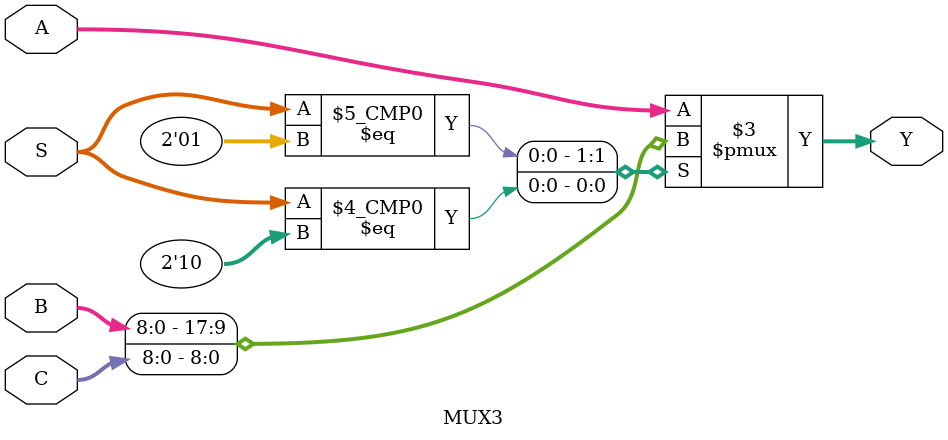
<source format=v>
`define bits 9
module MUX3 (
	input [`bits-1:0] A, B, C,
	input [1:0] S,
	output reg [`bits-1:0] Y
);
	always @(*) begin
		case (S)
			2'b00: Y = A;
			2'b01: Y = B;
			2'b10: Y = C;
			default : Y = A;
		endcase
	end
endmodule

</source>
